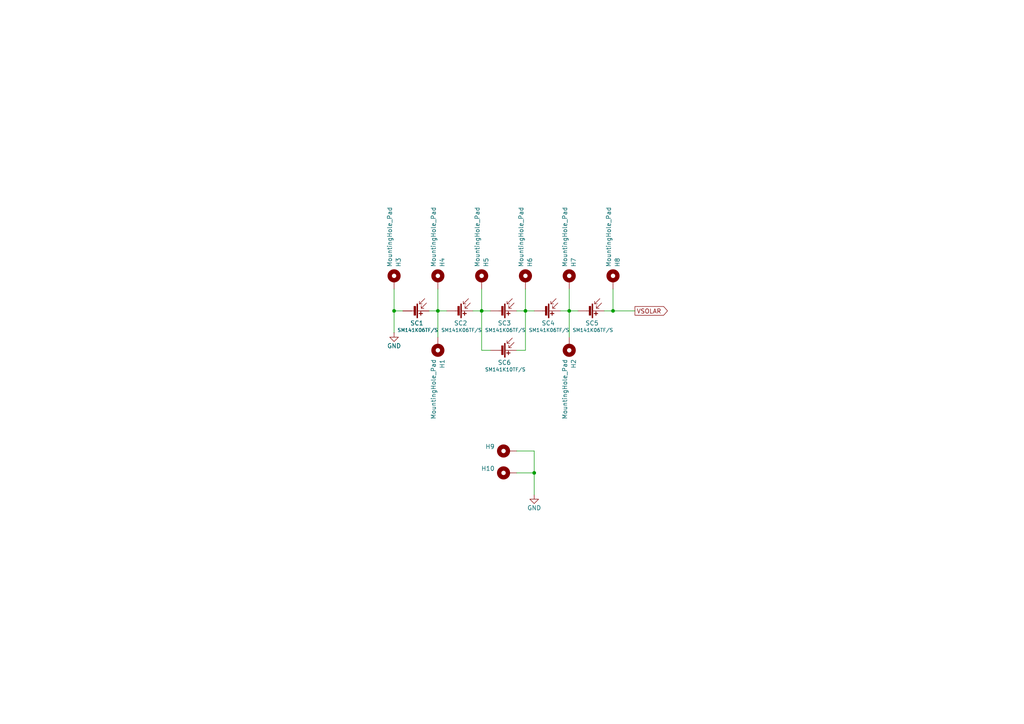
<source format=kicad_sch>
(kicad_sch (version 20250114) (generator "eeschema") (generator_version "9.0")
  (paper "A4")
  (lib_symbols
    (symbol "Device:Solar_Cell" (pin_numbers (hide yes)) (pin_names (offset 0) (hide yes))
      (property "Reference" "SC" (at 2.54 2.54 0))
      (property "Value" "Solar_Cell" (at 2.54 0 0))
      (symbol "Solar_Cell_0_1"
        (polyline (pts (xy -2.032 3.048) (xy -2.032 2.286) (xy -2.794 2.286)))
        (polyline (pts (xy -2.032 2.286) (xy -3.556 3.81)))
        (rectangle (start -2.032 1.778) (end 2.032 1.524) (fill (type outline)))
        (rectangle (start -1.3208 1.1938) (end 1.27 0.6858) (fill (type outline)))
        (polyline (pts (xy -0.762 3.556) (xy -0.762 2.794) (xy -1.524 2.794)))
        (polyline (pts (xy -0.762 2.794) (xy -2.286 4.318)))
        (polyline (pts (xy 0 1.778) (xy 0 2.54)))
        (polyline (pts (xy 0 0.762) (xy 0 0)))
        (polyline (pts (xy 0.254 2.667) (xy 1.27 2.667)) (stroke (width 0.254)))
        (polyline (pts (xy 0.762 3.175) (xy 0.762 2.159)) (stroke (width 0.254)))
      )
      (symbol "Solar_Cell_1_1"
        (pin passive line (at 0 5.08 270) (length 2.54) (name "+") (number "1"))
        (pin passive line (at 0 -2.54 90) (length 2.54) (name "-") (number "2"))
      )
    )
    (symbol "Mechanical:MountingHole_Pad" (pin_numbers (hide yes)) (pin_names (offset 1.016) (hide yes)) (exclude_from_sim yes) (in_bom no)
      (property "Reference" "H" (at 0 6.35 0))
      (property "Value" "MountingHole_Pad" (at 0 4.445 0))
      (symbol "MountingHole_Pad_0_1"
        (circle (center 0 1.27) (radius 1.27) (stroke (width 1.27)))
      )
      (symbol "MountingHole_Pad_1_1"
        (pin input line (at 0 -2.54 90) (length 2.54) (name "1") (number "1"))
      )
    )
    (symbol "power:GND" (power) (pin_numbers (hide yes)) (pin_names (offset 0) (hide yes))
      (property "Value" "GND" (at 0 -3.81 0))
      (symbol "GND_0_1"
        (polyline (pts (xy 0 0) (xy 0 -1.27) (xy 1.27 -1.27) (xy 0 -2.54) (xy -1.27 -1.27) (xy 0 -1.27)))
      )
      (symbol "GND_1_1"
        (pin power_in line (at 0 0 270) (length 0) (name "~") (number "1"))
      )
    )
  )
  (junction (at 139.7 90.17))
  (junction (at 152.4 90.17))
  (junction (at 154.94 137.16))
  (junction (at 165.1 90.17))
  (junction (at 177.8 90.17))
  (junction (at 114.3 90.17))
  (junction (at 127 90.17))
  (wire (pts (xy 165.1 90.17) (xy 167.64 90.17)))
  (wire (pts (xy 127 83.82) (xy 127 90.17)))
  (wire (pts (xy 152.4 90.17) (xy 154.94 90.17)))
  (wire (pts (xy 165.1 97.79) (xy 165.1 90.17)))
  (wire (pts (xy 139.7 90.17) (xy 139.7 101.6)))
  (wire (pts (xy 139.7 101.6) (xy 142.24 101.6)))
  (wire (pts (xy 177.8 90.17) (xy 175.26 90.17)))
  (wire (pts (xy 154.94 130.81) (xy 154.94 137.16)))
  (wire (pts (xy 149.86 101.6) (xy 152.4 101.6)))
  (wire (pts (xy 177.8 90.17) (xy 184.15 90.17)))
  (wire (pts (xy 139.7 90.17) (xy 139.7 83.82)))
  (wire (pts (xy 152.4 101.6) (xy 152.4 90.17)))
  (wire (pts (xy 127 90.17) (xy 129.54 90.17)))
  (wire (pts (xy 127 90.17) (xy 124.46 90.17)))
  (wire (pts (xy 114.3 90.17) (xy 116.84 90.17)))
  (wire (pts (xy 154.94 137.16) (xy 154.94 143.51)))
  (wire (pts (xy 165.1 83.82) (xy 165.1 90.17)))
  (wire (pts (xy 127 97.79) (xy 127 90.17)))
  (wire (pts (xy 137.16 90.17) (xy 139.7 90.17)))
  (wire (pts (xy 114.3 83.82) (xy 114.3 90.17)))
  (wire (pts (xy 114.3 90.17) (xy 114.3 96.52)))
  (wire (pts (xy 149.86 137.16) (xy 154.94 137.16)))
  (wire (pts (xy 152.4 90.17) (xy 149.86 90.17)))
  (wire (pts (xy 149.86 130.81) (xy 154.94 130.81)))
  (wire (pts (xy 177.8 83.82) (xy 177.8 90.17)))
  (wire (pts (xy 139.7 90.17) (xy 142.24 90.17)))
  (wire (pts (xy 152.4 83.82) (xy 152.4 90.17)))
  (wire (pts (xy 162.56 90.17) (xy 165.1 90.17)))
  (global_label "VSOLAR" (shape output) (at 184.15 90.17 0) (property "Intersheetrefs" "${INTERSHEET_REFS}" (effects (hide yes))))
  (symbol (lib_id "power:GND") (at 154.94 143.51 0) (unit 1)
    (property "Reference" "#PWR05" (effects (hide yes)))
    (property "Value" "GND" (at 154.94 147.32 0))
    (property "Description" "Power symbol creates a global label with name \"GND\" , ground" (effects (hide yes)))
  )
  (symbol (lib_id "Device:Solar_Cell") (at 144.78 101.6 270) (unit 1)
    (property "Reference" "SC6" (at 146.304 105.156 90))
    (property "Value" "SM141K10TF/S" (at 146.558 107.188 90) (effects (font (size 1.016 1.016))))
    (property "Footprint" "Cell Backer:SM141K10TF_S" (effects (hide yes)))
    (property "Description" "Single solar cell" (effects (hide yes)))
  )
  (symbol (lib_id "Device:Solar_Cell") (at 157.48 90.17 270) (unit 1)
    (property "Reference" "SC4" (at 159.004 93.726 90))
    (property "Value" "SM141K06TF/S" (at 159.258 95.758 90) (effects (font (size 1.016 1.016))))
    (property "Footprint" "Cell Backer:SM141K06TF_S" (effects (hide yes)))
    (property "Description" "Single solar cell" (effects (hide yes)))
  )
  (symbol (lib_id "Mechanical:MountingHole_Pad") (at 177.8 81.28 0) (mirror y) (unit 1) (exclude_from_sim yes) (in_bom no)
    (property "Reference" "H8" (at 179.0701 77.47 90) (effects (justify left)))
    (property "Value" "MountingHole_Pad" (at 176.5301 77.47 90) (effects (justify left)))
    (property "Footprint" "Cell Backer:MountingHole_1mm" (effects (hide yes)))
    (property "Description" "Mounting Hole with connection" (effects (hide yes)))
  )
  (symbol (lib_id "Mechanical:MountingHole_Pad") (at 165.1 81.28 0) (mirror y) (unit 1) (exclude_from_sim yes) (in_bom no)
    (property "Reference" "H7" (at 166.3701 77.47 90) (effects (justify left)))
    (property "Value" "MountingHole_Pad" (at 163.8301 77.47 90) (effects (justify left)))
    (property "Footprint" "Cell Backer:MountingHole_1mm" (effects (hide yes)))
    (property "Description" "Mounting Hole with connection" (effects (hide yes)))
  )
  (symbol (lib_id "Mechanical:MountingHole_Pad") (at 114.3 81.28 0) (mirror y) (unit 1) (exclude_from_sim yes) (in_bom no)
    (property "Reference" "H3" (at 115.5701 77.47 90) (effects (justify left)))
    (property "Value" "MountingHole_Pad" (at 113.0301 77.47 90) (effects (justify left)))
    (property "Footprint" "Cell Backer:MountingHole_1mm" (effects (hide yes)))
    (property "Description" "Mounting Hole with connection" (effects (hide yes)))
  )
  (symbol (lib_id "Device:Solar_Cell") (at 170.18 90.17 270) (unit 1)
    (property "Reference" "SC5" (at 171.704 93.726 90))
    (property "Value" "SM141K06TF/S" (at 171.958 95.758 90) (effects (font (size 1.016 1.016))))
    (property "Footprint" "Cell Backer:SM141K06TF_S" (effects (hide yes)))
    (property "Description" "Single solar cell" (effects (hide yes)))
  )
  (symbol (lib_id "Device:Solar_Cell") (at 144.78 90.17 270) (unit 1)
    (property "Reference" "SC3" (at 146.304 93.726 90))
    (property "Value" "SM141K06TF/S" (at 146.558 95.758 90) (effects (font (size 1.016 1.016))))
    (property "Footprint" "Cell Backer:SM141K06TF_S" (effects (hide yes)))
    (property "Description" "Single solar cell" (effects (hide yes)))
  )
  (symbol (lib_id "Mechanical:MountingHole_Pad") (at 147.32 137.16 90) (mirror x) (unit 1) (exclude_from_sim yes) (in_bom no)
    (property "Reference" "H10" (at 143.51 135.8899 90) (effects (justify left)))
    (property "Value" "MountingHole_Pad" (effects (hide yes)))
    (property "Footprint" "Cell Backer:MountingHole_1mm" (effects (hide yes)))
    (property "Description" "Mounting Hole with connection" (effects (hide yes)))
  )
  (symbol (lib_id "Mechanical:MountingHole_Pad") (at 127 100.33 180) (unit 1) (exclude_from_sim yes) (in_bom no)
    (property "Reference" "H1" (at 128.2701 104.14 90) (effects (justify left)))
    (property "Value" "MountingHole_Pad" (at 125.7301 104.14 90) (effects (justify left)))
    (property "Footprint" "Cell Backer:MountingHole_1mm" (effects (hide yes)))
    (property "Description" "Mounting Hole with connection" (effects (hide yes)))
  )
  (symbol (lib_id "Mechanical:MountingHole_Pad") (at 152.4 81.28 0) (mirror y) (unit 1) (exclude_from_sim yes) (in_bom no)
    (property "Reference" "H6" (at 153.6701 77.47 90) (effects (justify left)))
    (property "Value" "MountingHole_Pad" (at 151.1301 77.47 90) (effects (justify left)))
    (property "Footprint" "Cell Backer:MountingHole_1mm" (effects (hide yes)))
    (property "Description" "Mounting Hole with connection" (effects (hide yes)))
  )
  (symbol (lib_id "Mechanical:MountingHole_Pad") (at 165.1 100.33 0) (mirror x) (unit 1) (exclude_from_sim yes) (in_bom no)
    (property "Reference" "H2" (at 166.37 104.14 90) (effects (justify left)))
    (property "Value" "MountingHole_Pad" (at 163.83 104.14 90) (effects (justify left)))
    (property "Footprint" "Cell Backer:MountingHole_1mm" (effects (hide yes)))
    (property "Description" "Mounting Hole with connection" (effects (hide yes)))
  )
  (symbol (lib_id "Mechanical:MountingHole_Pad") (at 139.7 81.28 0) (mirror y) (unit 1) (exclude_from_sim yes) (in_bom no)
    (property "Reference" "H5" (at 140.9701 77.47 90) (effects (justify left)))
    (property "Value" "MountingHole_Pad" (at 138.4301 77.47 90) (effects (justify left)))
    (property "Footprint" "Cell Backer:MountingHole_1mm" (effects (hide yes)))
    (property "Description" "Mounting Hole with connection" (effects (hide yes)))
  )
  (symbol (lib_id "Device:Solar_Cell") (at 119.38 90.17 270) (unit 1)
    (property "Reference" "SC1" (at 120.904 93.726 90))
    (property "Value" "SM141K06TF/S" (at 121.158 95.758 90) (effects (font (size 1.016 1.016))))
    (property "Footprint" "Cell Backer:SM141K06TF_S" (effects (hide yes)))
    (property "Description" "Single solar cell" (effects (hide yes)))
  )
  (symbol (lib_id "power:GND") (at 114.3 96.52 0) (unit 1)
    (property "Reference" "#PWR01" (effects (hide yes)))
    (property "Value" "GND" (at 114.3 100.33 0))
    (property "Description" "Power symbol creates a global label with name \"GND\" , ground" (effects (hide yes)))
  )
  (symbol (lib_id "Device:Solar_Cell") (at 132.08 90.17 270) (unit 1)
    (property "Reference" "SC2" (at 133.604 93.726 90))
    (property "Value" "SM141K06TF/S" (at 133.858 95.758 90) (effects (font (size 1.016 1.016))))
    (property "Footprint" "Cell Backer:SM141K06TF_S" (effects (hide yes)))
    (property "Description" "Single solar cell" (effects (hide yes)))
  )
  (symbol (lib_id "Mechanical:MountingHole_Pad") (at 147.32 130.81 90) (mirror x) (unit 1) (exclude_from_sim yes) (in_bom no)
    (property "Reference" "H9" (at 143.51 129.5399 90) (effects (justify left)))
    (property "Value" "MountingHole_Pad" (effects (hide yes)))
    (property "Footprint" "Cell Backer:MountingHole_1mm" (effects (hide yes)))
    (property "Description" "Mounting Hole with connection" (effects (hide yes)))
  )
  (symbol (lib_id "Mechanical:MountingHole_Pad") (at 127 81.28 0) (mirror y) (unit 1) (exclude_from_sim yes) (in_bom no)
    (property "Reference" "H4" (at 128.2701 77.47 90) (effects (justify left)))
    (property "Value" "MountingHole_Pad" (at 125.7301 77.47 90) (effects (justify left)))
    (property "Footprint" "Cell Backer:MountingHole_1mm" (effects (hide yes)))
    (property "Description" "Mounting Hole with connection" (effects (hide yes)))
  )
)
</source>
